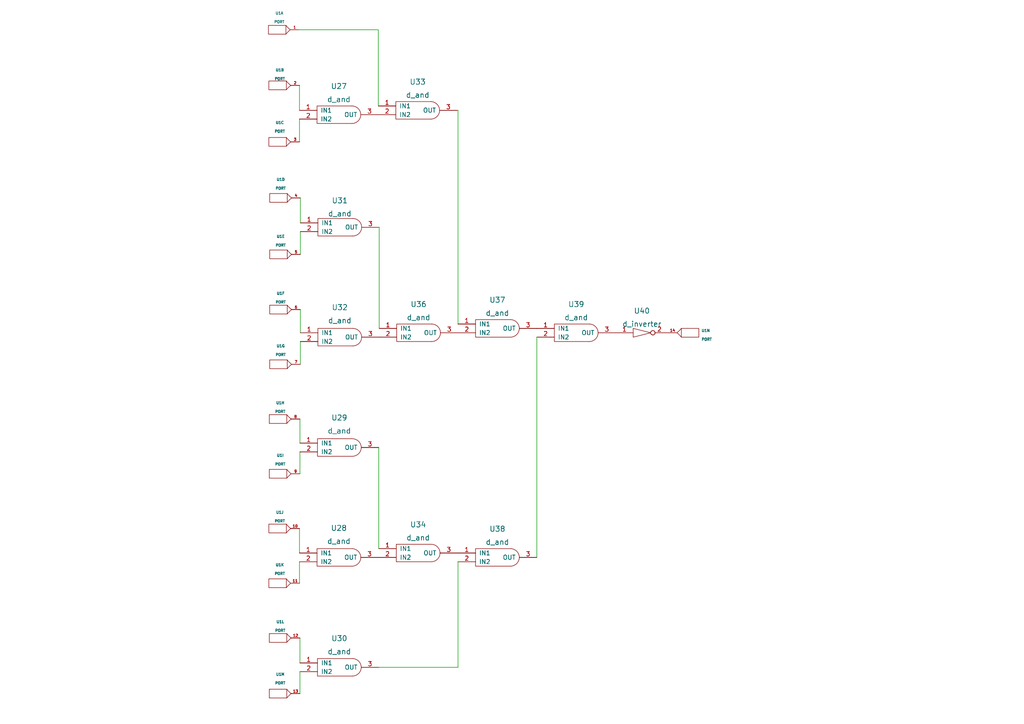
<source format=kicad_sch>
(kicad_sch (version 20211123) (generator eeschema)
  (paper "A4")
  (lib_symbols
    (symbol "eSim_Digital:d_and" (pin_names (offset 1.016))
      (property "Reference" "U" (at 0 0 0))
      (property "Value" "d_and" (at 1.27 2.54 0))
      (symbol "d_and_0_1"
        (polyline (pts (xy 3.81 -1.27) (xy -6.35 -1.27) (xy -6.35 3.81) (xy 3.81 3.81)))
        (arc (start 3.81 -1.27) (mid 5.5897 -0.5171) (end 6.35 1.27))
        (arc (start 6.35 1.27) (mid 5.5971 3.0497) (end 3.81 3.81))
      )
      (symbol "d_and_1_1"
        (pin input line (at -11.43 2.54 0) (length 5.08) (name "IN1") (number "1"))
        (pin input line (at -11.43 0 0) (length 5.08) (name "IN2") (number "2"))
        (pin output line (at 11.43 1.27 180) (length 5.08) (name "OUT") (number "3"))
      )
    )
    (symbol "eSim_Digital:d_inverter" (pin_names (offset 1.016))
      (property "Reference" "U" (at 0 -2.54 0))
      (property "Value" "d_inverter" (at 0 3.81 0))
      (symbol "d_inverter_0_1"
        (polyline (pts (xy -2.54 1.27) (xy -2.54 -1.27) (xy 2.54 0) (xy -2.54 1.27)))
      )
      (symbol "d_inverter_1_1"
        (pin input line (at -7.62 0 0) (length 5.08) (name "~") (number "1"))
        (pin output inverted (at 7.62 0 180) (length 5.08) (name "~") (number "2"))
      )
    )
    (symbol "eSim_Miscellaneous:PORT" (pin_names (offset 1.016))
      (property "Reference" "U" (at 1.27 2.54 0))
      (property "Value" "PORT" (at 0 0 0))
      (symbol "PORT_0_1"
        (rectangle (start -2.54 1.27) (end 2.54 -1.27))
        (arc (start 2.54 1.27) (mid 3.1355 0.5955) (end 3.81 0))
        (arc (start 3.81 0) (mid 3.1447 -0.6046) (end 2.54 -1.27))
      )
      (symbol "PORT_1_1"
        (pin bidirectional line (at 6.35 0 180) (length 2.54) (name "~") (number "1"))
      )
      (symbol "PORT_2_1"
        (pin bidirectional line (at 6.35 0 180) (length 2.54) (name "~") (number "2"))
      )
      (symbol "PORT_3_1"
        (pin bidirectional line (at 6.35 0 180) (length 2.54) (name "~") (number "3"))
      )
      (symbol "PORT_4_1"
        (pin bidirectional line (at 6.35 0 180) (length 2.54) (name "~") (number "4"))
      )
      (symbol "PORT_5_1"
        (pin bidirectional line (at 6.35 0 180) (length 2.54) (name "~") (number "5"))
      )
      (symbol "PORT_6_1"
        (pin bidirectional line (at 6.35 0 180) (length 2.54) (name "~") (number "6"))
      )
      (symbol "PORT_7_1"
        (pin bidirectional line (at 6.35 0 180) (length 2.54) (name "~") (number "7"))
      )
      (symbol "PORT_8_1"
        (pin bidirectional line (at 6.35 0 180) (length 2.54) (name "~") (number "8"))
      )
      (symbol "PORT_9_1"
        (pin bidirectional line (at 6.35 0 180) (length 2.54) (name "~") (number "9"))
      )
      (symbol "PORT_10_1"
        (pin bidirectional line (at 6.35 0 180) (length 2.54) (name "~") (number "10"))
      )
      (symbol "PORT_11_1"
        (pin bidirectional line (at 6.35 0 180) (length 2.54) (name "~") (number "11"))
      )
      (symbol "PORT_12_1"
        (pin bidirectional line (at 6.35 0 180) (length 2.54) (name "~") (number "12"))
      )
      (symbol "PORT_13_1"
        (pin bidirectional line (at 6.35 0 180) (length 2.54) (name "~") (number "13"))
      )
      (symbol "PORT_14_1"
        (pin bidirectional line (at 6.35 0 180) (length 2.54) (name "~") (number "14"))
      )
      (symbol "PORT_15_1"
        (pin bidirectional line (at 6.35 0 180) (length 2.54) (name "~") (number "15"))
      )
      (symbol "PORT_16_1"
        (pin bidirectional line (at 6.35 0 180) (length 2.54) (name "~") (number "16"))
      )
      (symbol "PORT_17_1"
        (pin bidirectional line (at 6.35 0 180) (length 2.54) (name "~") (number "17"))
      )
      (symbol "PORT_18_1"
        (pin bidirectional line (at 6.35 0 180) (length 2.54) (name "~") (number "18"))
      )
      (symbol "PORT_19_1"
        (pin bidirectional line (at 6.35 0 180) (length 2.54) (name "~") (number "19"))
      )
      (symbol "PORT_20_1"
        (pin bidirectional line (at 6.35 0 180) (length 2.54) (name "~") (number "20"))
      )
      (symbol "PORT_21_1"
        (pin bidirectional line (at 6.35 0 180) (length 2.54) (name "~") (number "21"))
      )
      (symbol "PORT_22_1"
        (pin bidirectional line (at 6.35 0 180) (length 2.54) (name "~") (number "22"))
      )
      (symbol "PORT_23_1"
        (pin bidirectional line (at 6.35 0 180) (length 2.54) (name "~") (number "23"))
      )
      (symbol "PORT_24_1"
        (pin bidirectional line (at 6.35 0 180) (length 2.54) (name "~") (number "24"))
      )
      (symbol "PORT_25_1"
        (pin bidirectional line (at 6.35 0 180) (length 2.54) (name "~") (number "25"))
      )
      (symbol "PORT_26_1"
        (pin bidirectional line (at 6.35 0 180) (length 2.54) (name "~") (number "26"))
      )
    )
  )
  (wire (pts (xy 132.842 32.004) (xy 132.842 93.98)))
  (wire (pts (xy 86.868 153.289) (xy 86.868 160.401)))
  (wire (pts (xy 155.702 97.79) (xy 155.702 161.671)))
  (wire (pts (xy 87.122 96.52) (xy 87.122 89.789)))
  (wire (pts (xy 86.868 162.941) (xy 86.868 169.164)))
  (wire (pts (xy 109.855 159.131) (xy 109.855 129.794)))
  (wire (pts (xy 109.728 8.636) (xy 109.728 30.734)))
  (wire (pts (xy 86.868 32.004) (xy 86.868 24.765)))
  (wire (pts (xy 132.842 162.941) (xy 132.842 193.548)))
  (wire (pts (xy 87.122 67.183) (xy 87.122 73.787)))
  (wire (pts (xy 86.741 8.636) (xy 109.728 8.636)))
  (wire (pts (xy 132.588 32.004) (xy 132.842 32.004)))
  (wire (pts (xy 87.122 64.643) (xy 87.122 57.404)))
  (wire (pts (xy 132.842 160.401) (xy 132.715 160.401)))
  (wire (pts (xy 86.995 194.818) (xy 86.995 201.168)))
  (wire (pts (xy 109.728 161.671) (xy 109.855 161.671)))
  (wire (pts (xy 109.855 193.548) (xy 132.842 193.548)))
  (wire (pts (xy 109.982 95.25) (xy 109.982 65.913)))
  (wire (pts (xy 87.122 99.06) (xy 87.122 105.664)))
  (wire (pts (xy 86.995 131.064) (xy 86.995 137.414)))
  (wire (pts (xy 86.995 128.524) (xy 86.995 121.539)))
  (wire (pts (xy 86.995 192.278) (xy 86.995 185.039)))
  (wire (pts (xy 86.868 34.544) (xy 86.868 41.148)))
  (symbol (lib_id "eSim_Miscellaneous:PORT") (at 80.772 57.404 0) (unit 4)
    (property "Reference" "U1" (at 81.407 52.07 0) (effects (font (size 0.762 0.762))))
    (property "Value" "PORT" (at 81.407 54.61 0) (effects (font (size 0.762 0.762))))
  )
  (symbol (lib_id "eSim_Miscellaneous:PORT") (at 80.518 41.148 0) (unit 3)
    (property "Reference" "U1" (at 81.153 35.56 0) (effects (font (size 0.762 0.762))))
    (property "Value" "PORT" (at 81.153 38.1 0) (effects (font (size 0.762 0.762))))
  )
  (symbol (lib_id "eSim_Miscellaneous:PORT") (at 80.772 89.789 0) (unit 6)
    (property "Reference" "U1" (at 81.407 85.09 0) (effects (font (size 0.762 0.762))))
    (property "Value" "PORT" (at 81.407 87.63 0) (effects (font (size 0.762 0.762))))
  )
  (symbol (lib_id "eSim_Digital:d_and") (at 144.272 162.941 0) (unit 1)
    (property "Reference" "U38" (at 144.272 153.416 0) (effects (font (size 1.524 1.524))))
    (property "Value" "d_and" (at 144.272 157.226 0) (effects (font (size 1.524 1.524))))
  )
  (symbol (lib_id "eSim_Digital:d_and") (at 98.552 67.183 0) (unit 1)
    (property "Reference" "U31" (at 98.552 58.166 0) (effects (font (size 1.524 1.524))))
    (property "Value" "d_and" (at 98.552 61.976 0) (effects (font (size 1.524 1.524))))
  )
  (symbol (lib_id "eSim_Miscellaneous:PORT") (at 80.645 137.414 0) (unit 9)
    (property "Reference" "U1" (at 81.28 132.08 0) (effects (font (size 0.762 0.762))))
    (property "Value" "PORT" (at 81.28 134.62 0) (effects (font (size 0.762 0.762))))
  )
  (symbol (lib_id "eSim_Miscellaneous:PORT") (at 80.391 8.636 0) (unit 1)
    (property "Reference" "U1" (at 81.026 3.81 0) (effects (font (size 0.762 0.762))))
    (property "Value" "PORT" (at 81.026 6.35 0) (effects (font (size 0.762 0.762))))
  )
  (symbol (lib_id "eSim_Miscellaneous:PORT") (at 80.772 73.787 0) (unit 5)
    (property "Reference" "U1" (at 81.407 68.58 0) (effects (font (size 0.762 0.762))))
    (property "Value" "PORT" (at 81.407 71.12 0) (effects (font (size 0.762 0.762))))
  )
  (symbol (lib_id "eSim_Digital:d_and") (at 98.425 194.818 0) (unit 1)
    (property "Reference" "U30" (at 98.425 185.166 0) (effects (font (size 1.524 1.524))))
    (property "Value" "d_and" (at 98.425 188.976 0) (effects (font (size 1.524 1.524))))
  )
  (symbol (lib_id "eSim_Miscellaneous:PORT") (at 80.645 185.039 0) (unit 12)
    (property "Reference" "U1" (at 81.28 180.34 0) (effects (font (size 0.762 0.762))))
    (property "Value" "PORT" (at 81.28 182.88 0) (effects (font (size 0.762 0.762))))
  )
  (symbol (lib_id "eSim_Digital:d_and") (at 167.132 97.79 0) (unit 1)
    (property "Reference" "U39" (at 167.132 88.265 0) (effects (font (size 1.524 1.524))))
    (property "Value" "d_and" (at 167.132 92.075 0) (effects (font (size 1.524 1.524))))
  )
  (symbol (lib_id "eSim_Miscellaneous:PORT") (at 80.645 201.168 0) (unit 13)
    (property "Reference" "U1" (at 81.28 195.58 0) (effects (font (size 0.762 0.762))))
    (property "Value" "PORT" (at 81.28 198.12 0) (effects (font (size 0.762 0.762))))
  )
  (symbol (lib_id "eSim_Digital:d_and") (at 98.425 131.064 0) (unit 1)
    (property "Reference" "U29" (at 98.425 121.158 0) (effects (font (size 1.524 1.524))))
    (property "Value" "d_and" (at 98.425 124.968 0) (effects (font (size 1.524 1.524))))
  )
  (symbol (lib_id "eSim_Digital:d_and") (at 98.298 34.544 0) (unit 1)
    (property "Reference" "U27" (at 98.298 25.019 0) (effects (font (size 1.524 1.524))))
    (property "Value" "d_and" (at 98.298 28.829 0) (effects (font (size 1.524 1.524))))
  )
  (symbol (lib_id "eSim_Digital:d_and") (at 98.552 99.06 0) (unit 1)
    (property "Reference" "U32" (at 98.552 89.154 0) (effects (font (size 1.524 1.524))))
    (property "Value" "d_and" (at 98.552 92.964 0) (effects (font (size 1.524 1.524))))
  )
  (symbol (lib_id "eSim_Digital:d_and") (at 121.285 161.671 0) (unit 1)
    (property "Reference" "U34" (at 121.285 152.146 0) (effects (font (size 1.524 1.524))))
    (property "Value" "d_and" (at 121.285 155.956 0) (effects (font (size 1.524 1.524))))
  )
  (symbol (lib_id "eSim_Miscellaneous:PORT") (at 80.518 169.164 0) (unit 11)
    (property "Reference" "U1" (at 81.153 163.83 0) (effects (font (size 0.762 0.762))))
    (property "Value" "PORT" (at 81.153 166.37 0) (effects (font (size 0.762 0.762))))
  )
  (symbol (lib_id "eSim_Miscellaneous:PORT") (at 200.152 96.52 180) (unit 14)
    (property "Reference" "U1" (at 203.454 95.885 0) (effects (font (size 0.762 0.762)) (justify right)))
    (property "Value" "PORT" (at 203.454 98.425 0) (effects (font (size 0.762 0.762)) (justify right)))
  )
  (symbol (lib_id "eSim_Digital:d_and") (at 98.298 162.941 0) (unit 1)
    (property "Reference" "U28" (at 98.298 153.162 0) (effects (font (size 1.524 1.524))))
    (property "Value" "d_and" (at 98.298 156.972 0) (effects (font (size 1.524 1.524))))
  )
  (symbol (lib_id "eSim_Miscellaneous:PORT") (at 80.772 105.664 0) (unit 7)
    (property "Reference" "U1" (at 81.407 100.33 0) (effects (font (size 0.762 0.762))))
    (property "Value" "PORT" (at 81.407 102.87 0) (effects (font (size 0.762 0.762))))
  )
  (symbol (lib_id "eSim_Miscellaneous:PORT") (at 80.518 153.289 0) (unit 10)
    (property "Reference" "U1" (at 81.153 148.59 0) (effects (font (size 0.762 0.762))))
    (property "Value" "PORT" (at 81.153 151.13 0) (effects (font (size 0.762 0.762))))
  )
  (symbol (lib_id "eSim_Miscellaneous:PORT") (at 80.645 121.539 0) (unit 8)
    (property "Reference" "U1" (at 81.28 116.84 0) (effects (font (size 0.762 0.762))))
    (property "Value" "PORT" (at 81.28 119.38 0) (effects (font (size 0.762 0.762))))
  )
  (symbol (lib_id "eSim_Digital:d_and") (at 121.412 97.79 0) (unit 1)
    (property "Reference" "U36" (at 121.412 88.265 0) (effects (font (size 1.524 1.524))))
    (property "Value" "d_and" (at 121.412 92.075 0) (effects (font (size 1.524 1.524))))
  )
  (symbol (lib_id "eSim_Digital:d_inverter") (at 186.182 96.52 0) (unit 1)
    (property "Reference" "U40" (at 186.182 90.17 0) (effects (font (size 1.524 1.524))))
    (property "Value" "d_inverter" (at 186.182 93.98 0) (effects (font (size 1.524 1.524))))
  )
  (symbol (lib_id "eSim_Digital:d_and") (at 121.158 33.274 0) (unit 1)
    (property "Reference" "U33" (at 121.158 23.749 0) (effects (font (size 1.524 1.524))))
    (property "Value" "d_and" (at 121.158 27.559 0) (effects (font (size 1.524 1.524))))
  )
  (symbol (lib_id "eSim_Digital:d_and") (at 144.272 96.52 0) (unit 1)
    (property "Reference" "U37" (at 144.272 86.995 0) (effects (font (size 1.524 1.524))))
    (property "Value" "d_and" (at 144.272 90.805 0) (effects (font (size 1.524 1.524))))
  )
  (symbol (lib_id "eSim_Miscellaneous:PORT") (at 80.518 24.765 0) (unit 2)
    (property "Reference" "U1" (at 81.153 20.32 0) (effects (font (size 0.762 0.762))))
    (property "Value" "PORT" (at 81.153 22.86 0) (effects (font (size 0.762 0.762))))
  )
)
</source>
